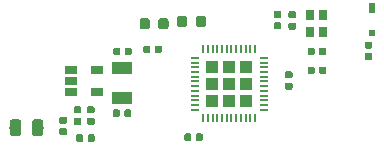
<source format=gbr>
G04 #@! TF.GenerationSoftware,KiCad,Pcbnew,(5.0.0)*
G04 #@! TF.CreationDate,2018-09-27T10:12:33-06:00*
G04 #@! TF.ProjectId,NRF52832 Base,4E5246353238333220426173652E6B69,rev?*
G04 #@! TF.SameCoordinates,Original*
G04 #@! TF.FileFunction,Paste,Top*
G04 #@! TF.FilePolarity,Positive*
%FSLAX46Y46*%
G04 Gerber Fmt 4.6, Leading zero omitted, Abs format (unit mm)*
G04 Created by KiCad (PCBNEW (5.0.0)) date 09/27/18 10:12:33*
%MOMM*%
%LPD*%
G01*
G04 APERTURE LIST*
%ADD10C,0.100000*%
%ADD11C,0.590000*%
%ADD12C,0.875000*%
%ADD13R,0.800000X0.900000*%
%ADD14R,1.800000X1.000000*%
%ADD15R,0.650000X0.200000*%
%ADD16R,0.200000X0.650000*%
%ADD17R,1.080000X1.080000*%
%ADD18R,0.500000X0.500000*%
%ADD19R,0.500000X0.900000*%
%ADD20C,0.975000*%
%ADD21R,1.060000X0.650000*%
G04 APERTURE END LIST*
D10*
G04 #@! TO.C,C1*
G36*
X138559078Y-87612970D02*
X138573396Y-87615094D01*
X138587437Y-87618611D01*
X138601066Y-87623488D01*
X138614151Y-87629677D01*
X138626567Y-87637118D01*
X138638193Y-87645741D01*
X138648918Y-87655462D01*
X138658639Y-87666187D01*
X138667262Y-87677813D01*
X138674703Y-87690229D01*
X138680892Y-87703314D01*
X138685769Y-87716943D01*
X138689286Y-87730984D01*
X138691410Y-87745302D01*
X138692120Y-87759760D01*
X138692120Y-88104760D01*
X138691410Y-88119218D01*
X138689286Y-88133536D01*
X138685769Y-88147577D01*
X138680892Y-88161206D01*
X138674703Y-88174291D01*
X138667262Y-88186707D01*
X138658639Y-88198333D01*
X138648918Y-88209058D01*
X138638193Y-88218779D01*
X138626567Y-88227402D01*
X138614151Y-88234843D01*
X138601066Y-88241032D01*
X138587437Y-88245909D01*
X138573396Y-88249426D01*
X138559078Y-88251550D01*
X138544620Y-88252260D01*
X138249620Y-88252260D01*
X138235162Y-88251550D01*
X138220844Y-88249426D01*
X138206803Y-88245909D01*
X138193174Y-88241032D01*
X138180089Y-88234843D01*
X138167673Y-88227402D01*
X138156047Y-88218779D01*
X138145322Y-88209058D01*
X138135601Y-88198333D01*
X138126978Y-88186707D01*
X138119537Y-88174291D01*
X138113348Y-88161206D01*
X138108471Y-88147577D01*
X138104954Y-88133536D01*
X138102830Y-88119218D01*
X138102120Y-88104760D01*
X138102120Y-87759760D01*
X138102830Y-87745302D01*
X138104954Y-87730984D01*
X138108471Y-87716943D01*
X138113348Y-87703314D01*
X138119537Y-87690229D01*
X138126978Y-87677813D01*
X138135601Y-87666187D01*
X138145322Y-87655462D01*
X138156047Y-87645741D01*
X138167673Y-87637118D01*
X138180089Y-87629677D01*
X138193174Y-87623488D01*
X138206803Y-87618611D01*
X138220844Y-87615094D01*
X138235162Y-87612970D01*
X138249620Y-87612260D01*
X138544620Y-87612260D01*
X138559078Y-87612970D01*
X138559078Y-87612970D01*
G37*
D11*
X138397120Y-87932260D03*
D10*
G36*
X139529078Y-87612970D02*
X139543396Y-87615094D01*
X139557437Y-87618611D01*
X139571066Y-87623488D01*
X139584151Y-87629677D01*
X139596567Y-87637118D01*
X139608193Y-87645741D01*
X139618918Y-87655462D01*
X139628639Y-87666187D01*
X139637262Y-87677813D01*
X139644703Y-87690229D01*
X139650892Y-87703314D01*
X139655769Y-87716943D01*
X139659286Y-87730984D01*
X139661410Y-87745302D01*
X139662120Y-87759760D01*
X139662120Y-88104760D01*
X139661410Y-88119218D01*
X139659286Y-88133536D01*
X139655769Y-88147577D01*
X139650892Y-88161206D01*
X139644703Y-88174291D01*
X139637262Y-88186707D01*
X139628639Y-88198333D01*
X139618918Y-88209058D01*
X139608193Y-88218779D01*
X139596567Y-88227402D01*
X139584151Y-88234843D01*
X139571066Y-88241032D01*
X139557437Y-88245909D01*
X139543396Y-88249426D01*
X139529078Y-88251550D01*
X139514620Y-88252260D01*
X139219620Y-88252260D01*
X139205162Y-88251550D01*
X139190844Y-88249426D01*
X139176803Y-88245909D01*
X139163174Y-88241032D01*
X139150089Y-88234843D01*
X139137673Y-88227402D01*
X139126047Y-88218779D01*
X139115322Y-88209058D01*
X139105601Y-88198333D01*
X139096978Y-88186707D01*
X139089537Y-88174291D01*
X139083348Y-88161206D01*
X139078471Y-88147577D01*
X139074954Y-88133536D01*
X139072830Y-88119218D01*
X139072120Y-88104760D01*
X139072120Y-87759760D01*
X139072830Y-87745302D01*
X139074954Y-87730984D01*
X139078471Y-87716943D01*
X139083348Y-87703314D01*
X139089537Y-87690229D01*
X139096978Y-87677813D01*
X139105601Y-87666187D01*
X139115322Y-87655462D01*
X139126047Y-87645741D01*
X139137673Y-87637118D01*
X139150089Y-87629677D01*
X139163174Y-87623488D01*
X139176803Y-87618611D01*
X139190844Y-87615094D01*
X139205162Y-87612970D01*
X139219620Y-87612260D01*
X139514620Y-87612260D01*
X139529078Y-87612970D01*
X139529078Y-87612970D01*
G37*
D11*
X139367120Y-87932260D03*
G04 #@! TD*
D10*
G04 #@! TO.C,C2*
G36*
X136978658Y-84536770D02*
X136992976Y-84538894D01*
X137007017Y-84542411D01*
X137020646Y-84547288D01*
X137033731Y-84553477D01*
X137046147Y-84560918D01*
X137057773Y-84569541D01*
X137068498Y-84579262D01*
X137078219Y-84589987D01*
X137086842Y-84601613D01*
X137094283Y-84614029D01*
X137100472Y-84627114D01*
X137105349Y-84640743D01*
X137108866Y-84654784D01*
X137110990Y-84669102D01*
X137111700Y-84683560D01*
X137111700Y-84978560D01*
X137110990Y-84993018D01*
X137108866Y-85007336D01*
X137105349Y-85021377D01*
X137100472Y-85035006D01*
X137094283Y-85048091D01*
X137086842Y-85060507D01*
X137078219Y-85072133D01*
X137068498Y-85082858D01*
X137057773Y-85092579D01*
X137046147Y-85101202D01*
X137033731Y-85108643D01*
X137020646Y-85114832D01*
X137007017Y-85119709D01*
X136992976Y-85123226D01*
X136978658Y-85125350D01*
X136964200Y-85126060D01*
X136619200Y-85126060D01*
X136604742Y-85125350D01*
X136590424Y-85123226D01*
X136576383Y-85119709D01*
X136562754Y-85114832D01*
X136549669Y-85108643D01*
X136537253Y-85101202D01*
X136525627Y-85092579D01*
X136514902Y-85082858D01*
X136505181Y-85072133D01*
X136496558Y-85060507D01*
X136489117Y-85048091D01*
X136482928Y-85035006D01*
X136478051Y-85021377D01*
X136474534Y-85007336D01*
X136472410Y-84993018D01*
X136471700Y-84978560D01*
X136471700Y-84683560D01*
X136472410Y-84669102D01*
X136474534Y-84654784D01*
X136478051Y-84640743D01*
X136482928Y-84627114D01*
X136489117Y-84614029D01*
X136496558Y-84601613D01*
X136505181Y-84589987D01*
X136514902Y-84579262D01*
X136525627Y-84569541D01*
X136537253Y-84560918D01*
X136549669Y-84553477D01*
X136562754Y-84547288D01*
X136576383Y-84542411D01*
X136590424Y-84538894D01*
X136604742Y-84536770D01*
X136619200Y-84536060D01*
X136964200Y-84536060D01*
X136978658Y-84536770D01*
X136978658Y-84536770D01*
G37*
D11*
X136791700Y-84831060D03*
D10*
G36*
X136978658Y-85506770D02*
X136992976Y-85508894D01*
X137007017Y-85512411D01*
X137020646Y-85517288D01*
X137033731Y-85523477D01*
X137046147Y-85530918D01*
X137057773Y-85539541D01*
X137068498Y-85549262D01*
X137078219Y-85559987D01*
X137086842Y-85571613D01*
X137094283Y-85584029D01*
X137100472Y-85597114D01*
X137105349Y-85610743D01*
X137108866Y-85624784D01*
X137110990Y-85639102D01*
X137111700Y-85653560D01*
X137111700Y-85948560D01*
X137110990Y-85963018D01*
X137108866Y-85977336D01*
X137105349Y-85991377D01*
X137100472Y-86005006D01*
X137094283Y-86018091D01*
X137086842Y-86030507D01*
X137078219Y-86042133D01*
X137068498Y-86052858D01*
X137057773Y-86062579D01*
X137046147Y-86071202D01*
X137033731Y-86078643D01*
X137020646Y-86084832D01*
X137007017Y-86089709D01*
X136992976Y-86093226D01*
X136978658Y-86095350D01*
X136964200Y-86096060D01*
X136619200Y-86096060D01*
X136604742Y-86095350D01*
X136590424Y-86093226D01*
X136576383Y-86089709D01*
X136562754Y-86084832D01*
X136549669Y-86078643D01*
X136537253Y-86071202D01*
X136525627Y-86062579D01*
X136514902Y-86052858D01*
X136505181Y-86042133D01*
X136496558Y-86030507D01*
X136489117Y-86018091D01*
X136482928Y-86005006D01*
X136478051Y-85991377D01*
X136474534Y-85977336D01*
X136472410Y-85963018D01*
X136471700Y-85948560D01*
X136471700Y-85653560D01*
X136472410Y-85639102D01*
X136474534Y-85624784D01*
X136478051Y-85610743D01*
X136482928Y-85597114D01*
X136489117Y-85584029D01*
X136496558Y-85571613D01*
X136505181Y-85559987D01*
X136514902Y-85549262D01*
X136525627Y-85539541D01*
X136537253Y-85530918D01*
X136549669Y-85523477D01*
X136562754Y-85517288D01*
X136576383Y-85512411D01*
X136590424Y-85508894D01*
X136604742Y-85506770D01*
X136619200Y-85506060D01*
X136964200Y-85506060D01*
X136978658Y-85506770D01*
X136978658Y-85506770D01*
G37*
D11*
X136791700Y-85801060D03*
G04 #@! TD*
D10*
G04 #@! TO.C,C3*
G36*
X136684018Y-89629470D02*
X136698336Y-89631594D01*
X136712377Y-89635111D01*
X136726006Y-89639988D01*
X136739091Y-89646177D01*
X136751507Y-89653618D01*
X136763133Y-89662241D01*
X136773858Y-89671962D01*
X136783579Y-89682687D01*
X136792202Y-89694313D01*
X136799643Y-89706729D01*
X136805832Y-89719814D01*
X136810709Y-89733443D01*
X136814226Y-89747484D01*
X136816350Y-89761802D01*
X136817060Y-89776260D01*
X136817060Y-90071260D01*
X136816350Y-90085718D01*
X136814226Y-90100036D01*
X136810709Y-90114077D01*
X136805832Y-90127706D01*
X136799643Y-90140791D01*
X136792202Y-90153207D01*
X136783579Y-90164833D01*
X136773858Y-90175558D01*
X136763133Y-90185279D01*
X136751507Y-90193902D01*
X136739091Y-90201343D01*
X136726006Y-90207532D01*
X136712377Y-90212409D01*
X136698336Y-90215926D01*
X136684018Y-90218050D01*
X136669560Y-90218760D01*
X136324560Y-90218760D01*
X136310102Y-90218050D01*
X136295784Y-90215926D01*
X136281743Y-90212409D01*
X136268114Y-90207532D01*
X136255029Y-90201343D01*
X136242613Y-90193902D01*
X136230987Y-90185279D01*
X136220262Y-90175558D01*
X136210541Y-90164833D01*
X136201918Y-90153207D01*
X136194477Y-90140791D01*
X136188288Y-90127706D01*
X136183411Y-90114077D01*
X136179894Y-90100036D01*
X136177770Y-90085718D01*
X136177060Y-90071260D01*
X136177060Y-89776260D01*
X136177770Y-89761802D01*
X136179894Y-89747484D01*
X136183411Y-89733443D01*
X136188288Y-89719814D01*
X136194477Y-89706729D01*
X136201918Y-89694313D01*
X136210541Y-89682687D01*
X136220262Y-89671962D01*
X136230987Y-89662241D01*
X136242613Y-89653618D01*
X136255029Y-89646177D01*
X136268114Y-89639988D01*
X136281743Y-89635111D01*
X136295784Y-89631594D01*
X136310102Y-89629470D01*
X136324560Y-89628760D01*
X136669560Y-89628760D01*
X136684018Y-89629470D01*
X136684018Y-89629470D01*
G37*
D11*
X136497060Y-89923760D03*
D10*
G36*
X136684018Y-90599470D02*
X136698336Y-90601594D01*
X136712377Y-90605111D01*
X136726006Y-90609988D01*
X136739091Y-90616177D01*
X136751507Y-90623618D01*
X136763133Y-90632241D01*
X136773858Y-90641962D01*
X136783579Y-90652687D01*
X136792202Y-90664313D01*
X136799643Y-90676729D01*
X136805832Y-90689814D01*
X136810709Y-90703443D01*
X136814226Y-90717484D01*
X136816350Y-90731802D01*
X136817060Y-90746260D01*
X136817060Y-91041260D01*
X136816350Y-91055718D01*
X136814226Y-91070036D01*
X136810709Y-91084077D01*
X136805832Y-91097706D01*
X136799643Y-91110791D01*
X136792202Y-91123207D01*
X136783579Y-91134833D01*
X136773858Y-91145558D01*
X136763133Y-91155279D01*
X136751507Y-91163902D01*
X136739091Y-91171343D01*
X136726006Y-91177532D01*
X136712377Y-91182409D01*
X136698336Y-91185926D01*
X136684018Y-91188050D01*
X136669560Y-91188760D01*
X136324560Y-91188760D01*
X136310102Y-91188050D01*
X136295784Y-91185926D01*
X136281743Y-91182409D01*
X136268114Y-91177532D01*
X136255029Y-91171343D01*
X136242613Y-91163902D01*
X136230987Y-91155279D01*
X136220262Y-91145558D01*
X136210541Y-91134833D01*
X136201918Y-91123207D01*
X136194477Y-91110791D01*
X136188288Y-91097706D01*
X136183411Y-91084077D01*
X136179894Y-91070036D01*
X136177770Y-91055718D01*
X136177060Y-91041260D01*
X136177060Y-90746260D01*
X136177770Y-90731802D01*
X136179894Y-90717484D01*
X136183411Y-90703443D01*
X136188288Y-90689814D01*
X136194477Y-90676729D01*
X136201918Y-90664313D01*
X136210541Y-90652687D01*
X136220262Y-90641962D01*
X136230987Y-90632241D01*
X136242613Y-90623618D01*
X136255029Y-90616177D01*
X136268114Y-90609988D01*
X136281743Y-90605111D01*
X136295784Y-90601594D01*
X136310102Y-90599470D01*
X136324560Y-90598760D01*
X136669560Y-90598760D01*
X136684018Y-90599470D01*
X136684018Y-90599470D01*
G37*
D11*
X136497060Y-90893760D03*
G04 #@! TD*
D10*
G04 #@! TO.C,C4*
G36*
X124644958Y-87437710D02*
X124659276Y-87439834D01*
X124673317Y-87443351D01*
X124686946Y-87448228D01*
X124700031Y-87454417D01*
X124712447Y-87461858D01*
X124724073Y-87470481D01*
X124734798Y-87480202D01*
X124744519Y-87490927D01*
X124753142Y-87502553D01*
X124760583Y-87514969D01*
X124766772Y-87528054D01*
X124771649Y-87541683D01*
X124775166Y-87555724D01*
X124777290Y-87570042D01*
X124778000Y-87584500D01*
X124778000Y-87929500D01*
X124777290Y-87943958D01*
X124775166Y-87958276D01*
X124771649Y-87972317D01*
X124766772Y-87985946D01*
X124760583Y-87999031D01*
X124753142Y-88011447D01*
X124744519Y-88023073D01*
X124734798Y-88033798D01*
X124724073Y-88043519D01*
X124712447Y-88052142D01*
X124700031Y-88059583D01*
X124686946Y-88065772D01*
X124673317Y-88070649D01*
X124659276Y-88074166D01*
X124644958Y-88076290D01*
X124630500Y-88077000D01*
X124335500Y-88077000D01*
X124321042Y-88076290D01*
X124306724Y-88074166D01*
X124292683Y-88070649D01*
X124279054Y-88065772D01*
X124265969Y-88059583D01*
X124253553Y-88052142D01*
X124241927Y-88043519D01*
X124231202Y-88033798D01*
X124221481Y-88023073D01*
X124212858Y-88011447D01*
X124205417Y-87999031D01*
X124199228Y-87985946D01*
X124194351Y-87972317D01*
X124190834Y-87958276D01*
X124188710Y-87943958D01*
X124188000Y-87929500D01*
X124188000Y-87584500D01*
X124188710Y-87570042D01*
X124190834Y-87555724D01*
X124194351Y-87541683D01*
X124199228Y-87528054D01*
X124205417Y-87514969D01*
X124212858Y-87502553D01*
X124221481Y-87490927D01*
X124231202Y-87480202D01*
X124241927Y-87470481D01*
X124253553Y-87461858D01*
X124265969Y-87454417D01*
X124279054Y-87448228D01*
X124292683Y-87443351D01*
X124306724Y-87439834D01*
X124321042Y-87437710D01*
X124335500Y-87437000D01*
X124630500Y-87437000D01*
X124644958Y-87437710D01*
X124644958Y-87437710D01*
G37*
D11*
X124483000Y-87757000D03*
D10*
G36*
X125614958Y-87437710D02*
X125629276Y-87439834D01*
X125643317Y-87443351D01*
X125656946Y-87448228D01*
X125670031Y-87454417D01*
X125682447Y-87461858D01*
X125694073Y-87470481D01*
X125704798Y-87480202D01*
X125714519Y-87490927D01*
X125723142Y-87502553D01*
X125730583Y-87514969D01*
X125736772Y-87528054D01*
X125741649Y-87541683D01*
X125745166Y-87555724D01*
X125747290Y-87570042D01*
X125748000Y-87584500D01*
X125748000Y-87929500D01*
X125747290Y-87943958D01*
X125745166Y-87958276D01*
X125741649Y-87972317D01*
X125736772Y-87985946D01*
X125730583Y-87999031D01*
X125723142Y-88011447D01*
X125714519Y-88023073D01*
X125704798Y-88033798D01*
X125694073Y-88043519D01*
X125682447Y-88052142D01*
X125670031Y-88059583D01*
X125656946Y-88065772D01*
X125643317Y-88070649D01*
X125629276Y-88074166D01*
X125614958Y-88076290D01*
X125600500Y-88077000D01*
X125305500Y-88077000D01*
X125291042Y-88076290D01*
X125276724Y-88074166D01*
X125262683Y-88070649D01*
X125249054Y-88065772D01*
X125235969Y-88059583D01*
X125223553Y-88052142D01*
X125211927Y-88043519D01*
X125201202Y-88033798D01*
X125191481Y-88023073D01*
X125182858Y-88011447D01*
X125175417Y-87999031D01*
X125169228Y-87985946D01*
X125164351Y-87972317D01*
X125160834Y-87958276D01*
X125158710Y-87943958D01*
X125158000Y-87929500D01*
X125158000Y-87584500D01*
X125158710Y-87570042D01*
X125160834Y-87555724D01*
X125164351Y-87541683D01*
X125169228Y-87528054D01*
X125175417Y-87514969D01*
X125182858Y-87502553D01*
X125191481Y-87490927D01*
X125201202Y-87480202D01*
X125211927Y-87470481D01*
X125223553Y-87461858D01*
X125235969Y-87454417D01*
X125249054Y-87448228D01*
X125262683Y-87443351D01*
X125276724Y-87439834D01*
X125291042Y-87437710D01*
X125305500Y-87437000D01*
X125600500Y-87437000D01*
X125614958Y-87437710D01*
X125614958Y-87437710D01*
G37*
D11*
X125453000Y-87757000D03*
G04 #@! TD*
D10*
G04 #@! TO.C,C5*
G36*
X129092358Y-94879910D02*
X129106676Y-94882034D01*
X129120717Y-94885551D01*
X129134346Y-94890428D01*
X129147431Y-94896617D01*
X129159847Y-94904058D01*
X129171473Y-94912681D01*
X129182198Y-94922402D01*
X129191919Y-94933127D01*
X129200542Y-94944753D01*
X129207983Y-94957169D01*
X129214172Y-94970254D01*
X129219049Y-94983883D01*
X129222566Y-94997924D01*
X129224690Y-95012242D01*
X129225400Y-95026700D01*
X129225400Y-95371700D01*
X129224690Y-95386158D01*
X129222566Y-95400476D01*
X129219049Y-95414517D01*
X129214172Y-95428146D01*
X129207983Y-95441231D01*
X129200542Y-95453647D01*
X129191919Y-95465273D01*
X129182198Y-95475998D01*
X129171473Y-95485719D01*
X129159847Y-95494342D01*
X129147431Y-95501783D01*
X129134346Y-95507972D01*
X129120717Y-95512849D01*
X129106676Y-95516366D01*
X129092358Y-95518490D01*
X129077900Y-95519200D01*
X128782900Y-95519200D01*
X128768442Y-95518490D01*
X128754124Y-95516366D01*
X128740083Y-95512849D01*
X128726454Y-95507972D01*
X128713369Y-95501783D01*
X128700953Y-95494342D01*
X128689327Y-95485719D01*
X128678602Y-95475998D01*
X128668881Y-95465273D01*
X128660258Y-95453647D01*
X128652817Y-95441231D01*
X128646628Y-95428146D01*
X128641751Y-95414517D01*
X128638234Y-95400476D01*
X128636110Y-95386158D01*
X128635400Y-95371700D01*
X128635400Y-95026700D01*
X128636110Y-95012242D01*
X128638234Y-94997924D01*
X128641751Y-94983883D01*
X128646628Y-94970254D01*
X128652817Y-94957169D01*
X128660258Y-94944753D01*
X128668881Y-94933127D01*
X128678602Y-94922402D01*
X128689327Y-94912681D01*
X128700953Y-94904058D01*
X128713369Y-94896617D01*
X128726454Y-94890428D01*
X128740083Y-94885551D01*
X128754124Y-94882034D01*
X128768442Y-94879910D01*
X128782900Y-94879200D01*
X129077900Y-94879200D01*
X129092358Y-94879910D01*
X129092358Y-94879910D01*
G37*
D11*
X128930400Y-95199200D03*
D10*
G36*
X128122358Y-94879910D02*
X128136676Y-94882034D01*
X128150717Y-94885551D01*
X128164346Y-94890428D01*
X128177431Y-94896617D01*
X128189847Y-94904058D01*
X128201473Y-94912681D01*
X128212198Y-94922402D01*
X128221919Y-94933127D01*
X128230542Y-94944753D01*
X128237983Y-94957169D01*
X128244172Y-94970254D01*
X128249049Y-94983883D01*
X128252566Y-94997924D01*
X128254690Y-95012242D01*
X128255400Y-95026700D01*
X128255400Y-95371700D01*
X128254690Y-95386158D01*
X128252566Y-95400476D01*
X128249049Y-95414517D01*
X128244172Y-95428146D01*
X128237983Y-95441231D01*
X128230542Y-95453647D01*
X128221919Y-95465273D01*
X128212198Y-95475998D01*
X128201473Y-95485719D01*
X128189847Y-95494342D01*
X128177431Y-95501783D01*
X128164346Y-95507972D01*
X128150717Y-95512849D01*
X128136676Y-95516366D01*
X128122358Y-95518490D01*
X128107900Y-95519200D01*
X127812900Y-95519200D01*
X127798442Y-95518490D01*
X127784124Y-95516366D01*
X127770083Y-95512849D01*
X127756454Y-95507972D01*
X127743369Y-95501783D01*
X127730953Y-95494342D01*
X127719327Y-95485719D01*
X127708602Y-95475998D01*
X127698881Y-95465273D01*
X127690258Y-95453647D01*
X127682817Y-95441231D01*
X127676628Y-95428146D01*
X127671751Y-95414517D01*
X127668234Y-95400476D01*
X127666110Y-95386158D01*
X127665400Y-95371700D01*
X127665400Y-95026700D01*
X127666110Y-95012242D01*
X127668234Y-94997924D01*
X127671751Y-94983883D01*
X127676628Y-94970254D01*
X127682817Y-94957169D01*
X127690258Y-94944753D01*
X127698881Y-94933127D01*
X127708602Y-94922402D01*
X127719327Y-94912681D01*
X127730953Y-94904058D01*
X127743369Y-94896617D01*
X127756454Y-94890428D01*
X127770083Y-94885551D01*
X127784124Y-94882034D01*
X127798442Y-94879910D01*
X127812900Y-94879200D01*
X128107900Y-94879200D01*
X128122358Y-94879910D01*
X128122358Y-94879910D01*
G37*
D11*
X127960400Y-95199200D03*
G04 #@! TD*
D10*
G04 #@! TO.C,C7*
G36*
X139531758Y-89215710D02*
X139546076Y-89217834D01*
X139560117Y-89221351D01*
X139573746Y-89226228D01*
X139586831Y-89232417D01*
X139599247Y-89239858D01*
X139610873Y-89248481D01*
X139621598Y-89258202D01*
X139631319Y-89268927D01*
X139639942Y-89280553D01*
X139647383Y-89292969D01*
X139653572Y-89306054D01*
X139658449Y-89319683D01*
X139661966Y-89333724D01*
X139664090Y-89348042D01*
X139664800Y-89362500D01*
X139664800Y-89707500D01*
X139664090Y-89721958D01*
X139661966Y-89736276D01*
X139658449Y-89750317D01*
X139653572Y-89763946D01*
X139647383Y-89777031D01*
X139639942Y-89789447D01*
X139631319Y-89801073D01*
X139621598Y-89811798D01*
X139610873Y-89821519D01*
X139599247Y-89830142D01*
X139586831Y-89837583D01*
X139573746Y-89843772D01*
X139560117Y-89848649D01*
X139546076Y-89852166D01*
X139531758Y-89854290D01*
X139517300Y-89855000D01*
X139222300Y-89855000D01*
X139207842Y-89854290D01*
X139193524Y-89852166D01*
X139179483Y-89848649D01*
X139165854Y-89843772D01*
X139152769Y-89837583D01*
X139140353Y-89830142D01*
X139128727Y-89821519D01*
X139118002Y-89811798D01*
X139108281Y-89801073D01*
X139099658Y-89789447D01*
X139092217Y-89777031D01*
X139086028Y-89763946D01*
X139081151Y-89750317D01*
X139077634Y-89736276D01*
X139075510Y-89721958D01*
X139074800Y-89707500D01*
X139074800Y-89362500D01*
X139075510Y-89348042D01*
X139077634Y-89333724D01*
X139081151Y-89319683D01*
X139086028Y-89306054D01*
X139092217Y-89292969D01*
X139099658Y-89280553D01*
X139108281Y-89268927D01*
X139118002Y-89258202D01*
X139128727Y-89248481D01*
X139140353Y-89239858D01*
X139152769Y-89232417D01*
X139165854Y-89226228D01*
X139179483Y-89221351D01*
X139193524Y-89217834D01*
X139207842Y-89215710D01*
X139222300Y-89215000D01*
X139517300Y-89215000D01*
X139531758Y-89215710D01*
X139531758Y-89215710D01*
G37*
D11*
X139369800Y-89535000D03*
D10*
G36*
X138561758Y-89215710D02*
X138576076Y-89217834D01*
X138590117Y-89221351D01*
X138603746Y-89226228D01*
X138616831Y-89232417D01*
X138629247Y-89239858D01*
X138640873Y-89248481D01*
X138651598Y-89258202D01*
X138661319Y-89268927D01*
X138669942Y-89280553D01*
X138677383Y-89292969D01*
X138683572Y-89306054D01*
X138688449Y-89319683D01*
X138691966Y-89333724D01*
X138694090Y-89348042D01*
X138694800Y-89362500D01*
X138694800Y-89707500D01*
X138694090Y-89721958D01*
X138691966Y-89736276D01*
X138688449Y-89750317D01*
X138683572Y-89763946D01*
X138677383Y-89777031D01*
X138669942Y-89789447D01*
X138661319Y-89801073D01*
X138651598Y-89811798D01*
X138640873Y-89821519D01*
X138629247Y-89830142D01*
X138616831Y-89837583D01*
X138603746Y-89843772D01*
X138590117Y-89848649D01*
X138576076Y-89852166D01*
X138561758Y-89854290D01*
X138547300Y-89855000D01*
X138252300Y-89855000D01*
X138237842Y-89854290D01*
X138223524Y-89852166D01*
X138209483Y-89848649D01*
X138195854Y-89843772D01*
X138182769Y-89837583D01*
X138170353Y-89830142D01*
X138158727Y-89821519D01*
X138148002Y-89811798D01*
X138138281Y-89801073D01*
X138129658Y-89789447D01*
X138122217Y-89777031D01*
X138116028Y-89763946D01*
X138111151Y-89750317D01*
X138107634Y-89736276D01*
X138105510Y-89721958D01*
X138104800Y-89707500D01*
X138104800Y-89362500D01*
X138105510Y-89348042D01*
X138107634Y-89333724D01*
X138111151Y-89319683D01*
X138116028Y-89306054D01*
X138122217Y-89292969D01*
X138129658Y-89280553D01*
X138138281Y-89268927D01*
X138148002Y-89258202D01*
X138158727Y-89248481D01*
X138170353Y-89239858D01*
X138182769Y-89232417D01*
X138195854Y-89226228D01*
X138209483Y-89221351D01*
X138223524Y-89217834D01*
X138237842Y-89215710D01*
X138252300Y-89215000D01*
X138547300Y-89215000D01*
X138561758Y-89215710D01*
X138561758Y-89215710D01*
G37*
D11*
X138399800Y-89535000D03*
G04 #@! TD*
D10*
G04 #@! TO.C,C8*
G36*
X135721358Y-85483910D02*
X135735676Y-85486034D01*
X135749717Y-85489551D01*
X135763346Y-85494428D01*
X135776431Y-85500617D01*
X135788847Y-85508058D01*
X135800473Y-85516681D01*
X135811198Y-85526402D01*
X135820919Y-85537127D01*
X135829542Y-85548753D01*
X135836983Y-85561169D01*
X135843172Y-85574254D01*
X135848049Y-85587883D01*
X135851566Y-85601924D01*
X135853690Y-85616242D01*
X135854400Y-85630700D01*
X135854400Y-85925700D01*
X135853690Y-85940158D01*
X135851566Y-85954476D01*
X135848049Y-85968517D01*
X135843172Y-85982146D01*
X135836983Y-85995231D01*
X135829542Y-86007647D01*
X135820919Y-86019273D01*
X135811198Y-86029998D01*
X135800473Y-86039719D01*
X135788847Y-86048342D01*
X135776431Y-86055783D01*
X135763346Y-86061972D01*
X135749717Y-86066849D01*
X135735676Y-86070366D01*
X135721358Y-86072490D01*
X135706900Y-86073200D01*
X135361900Y-86073200D01*
X135347442Y-86072490D01*
X135333124Y-86070366D01*
X135319083Y-86066849D01*
X135305454Y-86061972D01*
X135292369Y-86055783D01*
X135279953Y-86048342D01*
X135268327Y-86039719D01*
X135257602Y-86029998D01*
X135247881Y-86019273D01*
X135239258Y-86007647D01*
X135231817Y-85995231D01*
X135225628Y-85982146D01*
X135220751Y-85968517D01*
X135217234Y-85954476D01*
X135215110Y-85940158D01*
X135214400Y-85925700D01*
X135214400Y-85630700D01*
X135215110Y-85616242D01*
X135217234Y-85601924D01*
X135220751Y-85587883D01*
X135225628Y-85574254D01*
X135231817Y-85561169D01*
X135239258Y-85548753D01*
X135247881Y-85537127D01*
X135257602Y-85526402D01*
X135268327Y-85516681D01*
X135279953Y-85508058D01*
X135292369Y-85500617D01*
X135305454Y-85494428D01*
X135319083Y-85489551D01*
X135333124Y-85486034D01*
X135347442Y-85483910D01*
X135361900Y-85483200D01*
X135706900Y-85483200D01*
X135721358Y-85483910D01*
X135721358Y-85483910D01*
G37*
D11*
X135534400Y-85778200D03*
D10*
G36*
X135721358Y-84513910D02*
X135735676Y-84516034D01*
X135749717Y-84519551D01*
X135763346Y-84524428D01*
X135776431Y-84530617D01*
X135788847Y-84538058D01*
X135800473Y-84546681D01*
X135811198Y-84556402D01*
X135820919Y-84567127D01*
X135829542Y-84578753D01*
X135836983Y-84591169D01*
X135843172Y-84604254D01*
X135848049Y-84617883D01*
X135851566Y-84631924D01*
X135853690Y-84646242D01*
X135854400Y-84660700D01*
X135854400Y-84955700D01*
X135853690Y-84970158D01*
X135851566Y-84984476D01*
X135848049Y-84998517D01*
X135843172Y-85012146D01*
X135836983Y-85025231D01*
X135829542Y-85037647D01*
X135820919Y-85049273D01*
X135811198Y-85059998D01*
X135800473Y-85069719D01*
X135788847Y-85078342D01*
X135776431Y-85085783D01*
X135763346Y-85091972D01*
X135749717Y-85096849D01*
X135735676Y-85100366D01*
X135721358Y-85102490D01*
X135706900Y-85103200D01*
X135361900Y-85103200D01*
X135347442Y-85102490D01*
X135333124Y-85100366D01*
X135319083Y-85096849D01*
X135305454Y-85091972D01*
X135292369Y-85085783D01*
X135279953Y-85078342D01*
X135268327Y-85069719D01*
X135257602Y-85059998D01*
X135247881Y-85049273D01*
X135239258Y-85037647D01*
X135231817Y-85025231D01*
X135225628Y-85012146D01*
X135220751Y-84998517D01*
X135217234Y-84984476D01*
X135215110Y-84970158D01*
X135214400Y-84955700D01*
X135214400Y-84660700D01*
X135215110Y-84646242D01*
X135217234Y-84631924D01*
X135220751Y-84617883D01*
X135225628Y-84604254D01*
X135231817Y-84591169D01*
X135239258Y-84578753D01*
X135247881Y-84567127D01*
X135257602Y-84556402D01*
X135268327Y-84546681D01*
X135279953Y-84538058D01*
X135292369Y-84530617D01*
X135305454Y-84524428D01*
X135319083Y-84519551D01*
X135333124Y-84516034D01*
X135347442Y-84513910D01*
X135361900Y-84513200D01*
X135706900Y-84513200D01*
X135721358Y-84513910D01*
X135721358Y-84513910D01*
G37*
D11*
X135534400Y-84808200D03*
G04 #@! TD*
D10*
G04 #@! TO.C,C9*
G36*
X124547691Y-85124053D02*
X124568926Y-85127203D01*
X124589750Y-85132419D01*
X124609962Y-85139651D01*
X124629368Y-85148830D01*
X124647781Y-85159866D01*
X124665024Y-85172654D01*
X124680930Y-85187070D01*
X124695346Y-85202976D01*
X124708134Y-85220219D01*
X124719170Y-85238632D01*
X124728349Y-85258038D01*
X124735581Y-85278250D01*
X124740797Y-85299074D01*
X124743947Y-85320309D01*
X124745000Y-85341750D01*
X124745000Y-85854250D01*
X124743947Y-85875691D01*
X124740797Y-85896926D01*
X124735581Y-85917750D01*
X124728349Y-85937962D01*
X124719170Y-85957368D01*
X124708134Y-85975781D01*
X124695346Y-85993024D01*
X124680930Y-86008930D01*
X124665024Y-86023346D01*
X124647781Y-86036134D01*
X124629368Y-86047170D01*
X124609962Y-86056349D01*
X124589750Y-86063581D01*
X124568926Y-86068797D01*
X124547691Y-86071947D01*
X124526250Y-86073000D01*
X124088750Y-86073000D01*
X124067309Y-86071947D01*
X124046074Y-86068797D01*
X124025250Y-86063581D01*
X124005038Y-86056349D01*
X123985632Y-86047170D01*
X123967219Y-86036134D01*
X123949976Y-86023346D01*
X123934070Y-86008930D01*
X123919654Y-85993024D01*
X123906866Y-85975781D01*
X123895830Y-85957368D01*
X123886651Y-85937962D01*
X123879419Y-85917750D01*
X123874203Y-85896926D01*
X123871053Y-85875691D01*
X123870000Y-85854250D01*
X123870000Y-85341750D01*
X123871053Y-85320309D01*
X123874203Y-85299074D01*
X123879419Y-85278250D01*
X123886651Y-85258038D01*
X123895830Y-85238632D01*
X123906866Y-85220219D01*
X123919654Y-85202976D01*
X123934070Y-85187070D01*
X123949976Y-85172654D01*
X123967219Y-85159866D01*
X123985632Y-85148830D01*
X124005038Y-85139651D01*
X124025250Y-85132419D01*
X124046074Y-85127203D01*
X124067309Y-85124053D01*
X124088750Y-85123000D01*
X124526250Y-85123000D01*
X124547691Y-85124053D01*
X124547691Y-85124053D01*
G37*
D12*
X124307500Y-85598000D03*
D10*
G36*
X126122691Y-85124053D02*
X126143926Y-85127203D01*
X126164750Y-85132419D01*
X126184962Y-85139651D01*
X126204368Y-85148830D01*
X126222781Y-85159866D01*
X126240024Y-85172654D01*
X126255930Y-85187070D01*
X126270346Y-85202976D01*
X126283134Y-85220219D01*
X126294170Y-85238632D01*
X126303349Y-85258038D01*
X126310581Y-85278250D01*
X126315797Y-85299074D01*
X126318947Y-85320309D01*
X126320000Y-85341750D01*
X126320000Y-85854250D01*
X126318947Y-85875691D01*
X126315797Y-85896926D01*
X126310581Y-85917750D01*
X126303349Y-85937962D01*
X126294170Y-85957368D01*
X126283134Y-85975781D01*
X126270346Y-85993024D01*
X126255930Y-86008930D01*
X126240024Y-86023346D01*
X126222781Y-86036134D01*
X126204368Y-86047170D01*
X126184962Y-86056349D01*
X126164750Y-86063581D01*
X126143926Y-86068797D01*
X126122691Y-86071947D01*
X126101250Y-86073000D01*
X125663750Y-86073000D01*
X125642309Y-86071947D01*
X125621074Y-86068797D01*
X125600250Y-86063581D01*
X125580038Y-86056349D01*
X125560632Y-86047170D01*
X125542219Y-86036134D01*
X125524976Y-86023346D01*
X125509070Y-86008930D01*
X125494654Y-85993024D01*
X125481866Y-85975781D01*
X125470830Y-85957368D01*
X125461651Y-85937962D01*
X125454419Y-85917750D01*
X125449203Y-85896926D01*
X125446053Y-85875691D01*
X125445000Y-85854250D01*
X125445000Y-85341750D01*
X125446053Y-85320309D01*
X125449203Y-85299074D01*
X125454419Y-85278250D01*
X125461651Y-85258038D01*
X125470830Y-85238632D01*
X125481866Y-85220219D01*
X125494654Y-85202976D01*
X125509070Y-85187070D01*
X125524976Y-85172654D01*
X125542219Y-85159866D01*
X125560632Y-85148830D01*
X125580038Y-85139651D01*
X125600250Y-85132419D01*
X125621074Y-85127203D01*
X125642309Y-85124053D01*
X125663750Y-85123000D01*
X126101250Y-85123000D01*
X126122691Y-85124053D01*
X126122691Y-85124053D01*
G37*
D12*
X125882500Y-85598000D03*
G04 #@! TD*
D10*
G04 #@! TO.C,C10*
G36*
X127722691Y-84920853D02*
X127743926Y-84924003D01*
X127764750Y-84929219D01*
X127784962Y-84936451D01*
X127804368Y-84945630D01*
X127822781Y-84956666D01*
X127840024Y-84969454D01*
X127855930Y-84983870D01*
X127870346Y-84999776D01*
X127883134Y-85017019D01*
X127894170Y-85035432D01*
X127903349Y-85054838D01*
X127910581Y-85075050D01*
X127915797Y-85095874D01*
X127918947Y-85117109D01*
X127920000Y-85138550D01*
X127920000Y-85651050D01*
X127918947Y-85672491D01*
X127915797Y-85693726D01*
X127910581Y-85714550D01*
X127903349Y-85734762D01*
X127894170Y-85754168D01*
X127883134Y-85772581D01*
X127870346Y-85789824D01*
X127855930Y-85805730D01*
X127840024Y-85820146D01*
X127822781Y-85832934D01*
X127804368Y-85843970D01*
X127784962Y-85853149D01*
X127764750Y-85860381D01*
X127743926Y-85865597D01*
X127722691Y-85868747D01*
X127701250Y-85869800D01*
X127263750Y-85869800D01*
X127242309Y-85868747D01*
X127221074Y-85865597D01*
X127200250Y-85860381D01*
X127180038Y-85853149D01*
X127160632Y-85843970D01*
X127142219Y-85832934D01*
X127124976Y-85820146D01*
X127109070Y-85805730D01*
X127094654Y-85789824D01*
X127081866Y-85772581D01*
X127070830Y-85754168D01*
X127061651Y-85734762D01*
X127054419Y-85714550D01*
X127049203Y-85693726D01*
X127046053Y-85672491D01*
X127045000Y-85651050D01*
X127045000Y-85138550D01*
X127046053Y-85117109D01*
X127049203Y-85095874D01*
X127054419Y-85075050D01*
X127061651Y-85054838D01*
X127070830Y-85035432D01*
X127081866Y-85017019D01*
X127094654Y-84999776D01*
X127109070Y-84983870D01*
X127124976Y-84969454D01*
X127142219Y-84956666D01*
X127160632Y-84945630D01*
X127180038Y-84936451D01*
X127200250Y-84929219D01*
X127221074Y-84924003D01*
X127242309Y-84920853D01*
X127263750Y-84919800D01*
X127701250Y-84919800D01*
X127722691Y-84920853D01*
X127722691Y-84920853D01*
G37*
D12*
X127482500Y-85394800D03*
D10*
G36*
X129297691Y-84920853D02*
X129318926Y-84924003D01*
X129339750Y-84929219D01*
X129359962Y-84936451D01*
X129379368Y-84945630D01*
X129397781Y-84956666D01*
X129415024Y-84969454D01*
X129430930Y-84983870D01*
X129445346Y-84999776D01*
X129458134Y-85017019D01*
X129469170Y-85035432D01*
X129478349Y-85054838D01*
X129485581Y-85075050D01*
X129490797Y-85095874D01*
X129493947Y-85117109D01*
X129495000Y-85138550D01*
X129495000Y-85651050D01*
X129493947Y-85672491D01*
X129490797Y-85693726D01*
X129485581Y-85714550D01*
X129478349Y-85734762D01*
X129469170Y-85754168D01*
X129458134Y-85772581D01*
X129445346Y-85789824D01*
X129430930Y-85805730D01*
X129415024Y-85820146D01*
X129397781Y-85832934D01*
X129379368Y-85843970D01*
X129359962Y-85853149D01*
X129339750Y-85860381D01*
X129318926Y-85865597D01*
X129297691Y-85868747D01*
X129276250Y-85869800D01*
X128838750Y-85869800D01*
X128817309Y-85868747D01*
X128796074Y-85865597D01*
X128775250Y-85860381D01*
X128755038Y-85853149D01*
X128735632Y-85843970D01*
X128717219Y-85832934D01*
X128699976Y-85820146D01*
X128684070Y-85805730D01*
X128669654Y-85789824D01*
X128656866Y-85772581D01*
X128645830Y-85754168D01*
X128636651Y-85734762D01*
X128629419Y-85714550D01*
X128624203Y-85693726D01*
X128621053Y-85672491D01*
X128620000Y-85651050D01*
X128620000Y-85138550D01*
X128621053Y-85117109D01*
X128624203Y-85095874D01*
X128629419Y-85075050D01*
X128636651Y-85054838D01*
X128645830Y-85035432D01*
X128656866Y-85017019D01*
X128669654Y-84999776D01*
X128684070Y-84983870D01*
X128699976Y-84969454D01*
X128717219Y-84956666D01*
X128735632Y-84945630D01*
X128755038Y-84936451D01*
X128775250Y-84929219D01*
X128796074Y-84924003D01*
X128817309Y-84920853D01*
X128838750Y-84919800D01*
X129276250Y-84919800D01*
X129297691Y-84920853D01*
X129297691Y-84920853D01*
G37*
D12*
X129057500Y-85394800D03*
G04 #@! TD*
D10*
G04 #@! TO.C,C11*
G36*
X123072418Y-87620590D02*
X123086736Y-87622714D01*
X123100777Y-87626231D01*
X123114406Y-87631108D01*
X123127491Y-87637297D01*
X123139907Y-87644738D01*
X123151533Y-87653361D01*
X123162258Y-87663082D01*
X123171979Y-87673807D01*
X123180602Y-87685433D01*
X123188043Y-87697849D01*
X123194232Y-87710934D01*
X123199109Y-87724563D01*
X123202626Y-87738604D01*
X123204750Y-87752922D01*
X123205460Y-87767380D01*
X123205460Y-88112380D01*
X123204750Y-88126838D01*
X123202626Y-88141156D01*
X123199109Y-88155197D01*
X123194232Y-88168826D01*
X123188043Y-88181911D01*
X123180602Y-88194327D01*
X123171979Y-88205953D01*
X123162258Y-88216678D01*
X123151533Y-88226399D01*
X123139907Y-88235022D01*
X123127491Y-88242463D01*
X123114406Y-88248652D01*
X123100777Y-88253529D01*
X123086736Y-88257046D01*
X123072418Y-88259170D01*
X123057960Y-88259880D01*
X122762960Y-88259880D01*
X122748502Y-88259170D01*
X122734184Y-88257046D01*
X122720143Y-88253529D01*
X122706514Y-88248652D01*
X122693429Y-88242463D01*
X122681013Y-88235022D01*
X122669387Y-88226399D01*
X122658662Y-88216678D01*
X122648941Y-88205953D01*
X122640318Y-88194327D01*
X122632877Y-88181911D01*
X122626688Y-88168826D01*
X122621811Y-88155197D01*
X122618294Y-88141156D01*
X122616170Y-88126838D01*
X122615460Y-88112380D01*
X122615460Y-87767380D01*
X122616170Y-87752922D01*
X122618294Y-87738604D01*
X122621811Y-87724563D01*
X122626688Y-87710934D01*
X122632877Y-87697849D01*
X122640318Y-87685433D01*
X122648941Y-87673807D01*
X122658662Y-87663082D01*
X122669387Y-87653361D01*
X122681013Y-87644738D01*
X122693429Y-87637297D01*
X122706514Y-87631108D01*
X122720143Y-87626231D01*
X122734184Y-87622714D01*
X122748502Y-87620590D01*
X122762960Y-87619880D01*
X123057960Y-87619880D01*
X123072418Y-87620590D01*
X123072418Y-87620590D01*
G37*
D11*
X122910460Y-87939880D03*
D10*
G36*
X122102418Y-87620590D02*
X122116736Y-87622714D01*
X122130777Y-87626231D01*
X122144406Y-87631108D01*
X122157491Y-87637297D01*
X122169907Y-87644738D01*
X122181533Y-87653361D01*
X122192258Y-87663082D01*
X122201979Y-87673807D01*
X122210602Y-87685433D01*
X122218043Y-87697849D01*
X122224232Y-87710934D01*
X122229109Y-87724563D01*
X122232626Y-87738604D01*
X122234750Y-87752922D01*
X122235460Y-87767380D01*
X122235460Y-88112380D01*
X122234750Y-88126838D01*
X122232626Y-88141156D01*
X122229109Y-88155197D01*
X122224232Y-88168826D01*
X122218043Y-88181911D01*
X122210602Y-88194327D01*
X122201979Y-88205953D01*
X122192258Y-88216678D01*
X122181533Y-88226399D01*
X122169907Y-88235022D01*
X122157491Y-88242463D01*
X122144406Y-88248652D01*
X122130777Y-88253529D01*
X122116736Y-88257046D01*
X122102418Y-88259170D01*
X122087960Y-88259880D01*
X121792960Y-88259880D01*
X121778502Y-88259170D01*
X121764184Y-88257046D01*
X121750143Y-88253529D01*
X121736514Y-88248652D01*
X121723429Y-88242463D01*
X121711013Y-88235022D01*
X121699387Y-88226399D01*
X121688662Y-88216678D01*
X121678941Y-88205953D01*
X121670318Y-88194327D01*
X121662877Y-88181911D01*
X121656688Y-88168826D01*
X121651811Y-88155197D01*
X121648294Y-88141156D01*
X121646170Y-88126838D01*
X121645460Y-88112380D01*
X121645460Y-87767380D01*
X121646170Y-87752922D01*
X121648294Y-87738604D01*
X121651811Y-87724563D01*
X121656688Y-87710934D01*
X121662877Y-87697849D01*
X121670318Y-87685433D01*
X121678941Y-87673807D01*
X121688662Y-87663082D01*
X121699387Y-87653361D01*
X121711013Y-87644738D01*
X121723429Y-87637297D01*
X121736514Y-87631108D01*
X121750143Y-87626231D01*
X121764184Y-87622714D01*
X121778502Y-87620590D01*
X121792960Y-87619880D01*
X122087960Y-87619880D01*
X122102418Y-87620590D01*
X122102418Y-87620590D01*
G37*
D11*
X121940460Y-87939880D03*
G04 #@! TD*
D10*
G04 #@! TO.C,C12*
G36*
X122066858Y-92847910D02*
X122081176Y-92850034D01*
X122095217Y-92853551D01*
X122108846Y-92858428D01*
X122121931Y-92864617D01*
X122134347Y-92872058D01*
X122145973Y-92880681D01*
X122156698Y-92890402D01*
X122166419Y-92901127D01*
X122175042Y-92912753D01*
X122182483Y-92925169D01*
X122188672Y-92938254D01*
X122193549Y-92951883D01*
X122197066Y-92965924D01*
X122199190Y-92980242D01*
X122199900Y-92994700D01*
X122199900Y-93339700D01*
X122199190Y-93354158D01*
X122197066Y-93368476D01*
X122193549Y-93382517D01*
X122188672Y-93396146D01*
X122182483Y-93409231D01*
X122175042Y-93421647D01*
X122166419Y-93433273D01*
X122156698Y-93443998D01*
X122145973Y-93453719D01*
X122134347Y-93462342D01*
X122121931Y-93469783D01*
X122108846Y-93475972D01*
X122095217Y-93480849D01*
X122081176Y-93484366D01*
X122066858Y-93486490D01*
X122052400Y-93487200D01*
X121757400Y-93487200D01*
X121742942Y-93486490D01*
X121728624Y-93484366D01*
X121714583Y-93480849D01*
X121700954Y-93475972D01*
X121687869Y-93469783D01*
X121675453Y-93462342D01*
X121663827Y-93453719D01*
X121653102Y-93443998D01*
X121643381Y-93433273D01*
X121634758Y-93421647D01*
X121627317Y-93409231D01*
X121621128Y-93396146D01*
X121616251Y-93382517D01*
X121612734Y-93368476D01*
X121610610Y-93354158D01*
X121609900Y-93339700D01*
X121609900Y-92994700D01*
X121610610Y-92980242D01*
X121612734Y-92965924D01*
X121616251Y-92951883D01*
X121621128Y-92938254D01*
X121627317Y-92925169D01*
X121634758Y-92912753D01*
X121643381Y-92901127D01*
X121653102Y-92890402D01*
X121663827Y-92880681D01*
X121675453Y-92872058D01*
X121687869Y-92864617D01*
X121700954Y-92858428D01*
X121714583Y-92853551D01*
X121728624Y-92850034D01*
X121742942Y-92847910D01*
X121757400Y-92847200D01*
X122052400Y-92847200D01*
X122066858Y-92847910D01*
X122066858Y-92847910D01*
G37*
D11*
X121904900Y-93167200D03*
D10*
G36*
X123036858Y-92847910D02*
X123051176Y-92850034D01*
X123065217Y-92853551D01*
X123078846Y-92858428D01*
X123091931Y-92864617D01*
X123104347Y-92872058D01*
X123115973Y-92880681D01*
X123126698Y-92890402D01*
X123136419Y-92901127D01*
X123145042Y-92912753D01*
X123152483Y-92925169D01*
X123158672Y-92938254D01*
X123163549Y-92951883D01*
X123167066Y-92965924D01*
X123169190Y-92980242D01*
X123169900Y-92994700D01*
X123169900Y-93339700D01*
X123169190Y-93354158D01*
X123167066Y-93368476D01*
X123163549Y-93382517D01*
X123158672Y-93396146D01*
X123152483Y-93409231D01*
X123145042Y-93421647D01*
X123136419Y-93433273D01*
X123126698Y-93443998D01*
X123115973Y-93453719D01*
X123104347Y-93462342D01*
X123091931Y-93469783D01*
X123078846Y-93475972D01*
X123065217Y-93480849D01*
X123051176Y-93484366D01*
X123036858Y-93486490D01*
X123022400Y-93487200D01*
X122727400Y-93487200D01*
X122712942Y-93486490D01*
X122698624Y-93484366D01*
X122684583Y-93480849D01*
X122670954Y-93475972D01*
X122657869Y-93469783D01*
X122645453Y-93462342D01*
X122633827Y-93453719D01*
X122623102Y-93443998D01*
X122613381Y-93433273D01*
X122604758Y-93421647D01*
X122597317Y-93409231D01*
X122591128Y-93396146D01*
X122586251Y-93382517D01*
X122582734Y-93368476D01*
X122580610Y-93354158D01*
X122579900Y-93339700D01*
X122579900Y-92994700D01*
X122580610Y-92980242D01*
X122582734Y-92965924D01*
X122586251Y-92951883D01*
X122591128Y-92938254D01*
X122597317Y-92925169D01*
X122604758Y-92912753D01*
X122613381Y-92901127D01*
X122623102Y-92890402D01*
X122633827Y-92880681D01*
X122645453Y-92872058D01*
X122657869Y-92864617D01*
X122670954Y-92858428D01*
X122684583Y-92853551D01*
X122698624Y-92850034D01*
X122712942Y-92847910D01*
X122727400Y-92847200D01*
X123022400Y-92847200D01*
X123036858Y-92847910D01*
X123036858Y-92847910D01*
G37*
D11*
X122874900Y-93167200D03*
G04 #@! TD*
D10*
G04 #@! TO.C,L1*
G36*
X143442958Y-88074710D02*
X143457276Y-88076834D01*
X143471317Y-88080351D01*
X143484946Y-88085228D01*
X143498031Y-88091417D01*
X143510447Y-88098858D01*
X143522073Y-88107481D01*
X143532798Y-88117202D01*
X143542519Y-88127927D01*
X143551142Y-88139553D01*
X143558583Y-88151969D01*
X143564772Y-88165054D01*
X143569649Y-88178683D01*
X143573166Y-88192724D01*
X143575290Y-88207042D01*
X143576000Y-88221500D01*
X143576000Y-88516500D01*
X143575290Y-88530958D01*
X143573166Y-88545276D01*
X143569649Y-88559317D01*
X143564772Y-88572946D01*
X143558583Y-88586031D01*
X143551142Y-88598447D01*
X143542519Y-88610073D01*
X143532798Y-88620798D01*
X143522073Y-88630519D01*
X143510447Y-88639142D01*
X143498031Y-88646583D01*
X143484946Y-88652772D01*
X143471317Y-88657649D01*
X143457276Y-88661166D01*
X143442958Y-88663290D01*
X143428500Y-88664000D01*
X143083500Y-88664000D01*
X143069042Y-88663290D01*
X143054724Y-88661166D01*
X143040683Y-88657649D01*
X143027054Y-88652772D01*
X143013969Y-88646583D01*
X143001553Y-88639142D01*
X142989927Y-88630519D01*
X142979202Y-88620798D01*
X142969481Y-88610073D01*
X142960858Y-88598447D01*
X142953417Y-88586031D01*
X142947228Y-88572946D01*
X142942351Y-88559317D01*
X142938834Y-88545276D01*
X142936710Y-88530958D01*
X142936000Y-88516500D01*
X142936000Y-88221500D01*
X142936710Y-88207042D01*
X142938834Y-88192724D01*
X142942351Y-88178683D01*
X142947228Y-88165054D01*
X142953417Y-88151969D01*
X142960858Y-88139553D01*
X142969481Y-88127927D01*
X142979202Y-88117202D01*
X142989927Y-88107481D01*
X143001553Y-88098858D01*
X143013969Y-88091417D01*
X143027054Y-88085228D01*
X143040683Y-88080351D01*
X143054724Y-88076834D01*
X143069042Y-88074710D01*
X143083500Y-88074000D01*
X143428500Y-88074000D01*
X143442958Y-88074710D01*
X143442958Y-88074710D01*
G37*
D11*
X143256000Y-88369000D03*
D10*
G36*
X143442958Y-87104710D02*
X143457276Y-87106834D01*
X143471317Y-87110351D01*
X143484946Y-87115228D01*
X143498031Y-87121417D01*
X143510447Y-87128858D01*
X143522073Y-87137481D01*
X143532798Y-87147202D01*
X143542519Y-87157927D01*
X143551142Y-87169553D01*
X143558583Y-87181969D01*
X143564772Y-87195054D01*
X143569649Y-87208683D01*
X143573166Y-87222724D01*
X143575290Y-87237042D01*
X143576000Y-87251500D01*
X143576000Y-87546500D01*
X143575290Y-87560958D01*
X143573166Y-87575276D01*
X143569649Y-87589317D01*
X143564772Y-87602946D01*
X143558583Y-87616031D01*
X143551142Y-87628447D01*
X143542519Y-87640073D01*
X143532798Y-87650798D01*
X143522073Y-87660519D01*
X143510447Y-87669142D01*
X143498031Y-87676583D01*
X143484946Y-87682772D01*
X143471317Y-87687649D01*
X143457276Y-87691166D01*
X143442958Y-87693290D01*
X143428500Y-87694000D01*
X143083500Y-87694000D01*
X143069042Y-87693290D01*
X143054724Y-87691166D01*
X143040683Y-87687649D01*
X143027054Y-87682772D01*
X143013969Y-87676583D01*
X143001553Y-87669142D01*
X142989927Y-87660519D01*
X142979202Y-87650798D01*
X142969481Y-87640073D01*
X142960858Y-87628447D01*
X142953417Y-87616031D01*
X142947228Y-87602946D01*
X142942351Y-87589317D01*
X142938834Y-87575276D01*
X142936710Y-87560958D01*
X142936000Y-87546500D01*
X142936000Y-87251500D01*
X142936710Y-87237042D01*
X142938834Y-87222724D01*
X142942351Y-87208683D01*
X142947228Y-87195054D01*
X142953417Y-87181969D01*
X142960858Y-87169553D01*
X142969481Y-87157927D01*
X142979202Y-87147202D01*
X142989927Y-87137481D01*
X143001553Y-87128858D01*
X143013969Y-87121417D01*
X143027054Y-87115228D01*
X143040683Y-87110351D01*
X143054724Y-87106834D01*
X143069042Y-87104710D01*
X143083500Y-87104000D01*
X143428500Y-87104000D01*
X143442958Y-87104710D01*
X143442958Y-87104710D01*
G37*
D11*
X143256000Y-87399000D03*
G04 #@! TD*
D13*
G04 #@! TO.C,Y1*
X138294020Y-84890380D03*
X138294020Y-86290380D03*
X139394020Y-86290380D03*
X139394020Y-84890380D03*
G04 #@! TD*
D14*
G04 #@! TO.C,Y2*
X122412760Y-89351800D03*
X122412760Y-91851800D03*
G04 #@! TD*
D15*
G04 #@! TO.C,U1*
X128520000Y-88478000D03*
X128520000Y-88878000D03*
X128520000Y-89278000D03*
X128520000Y-89678000D03*
X128520000Y-90078000D03*
X128520000Y-90478000D03*
X128520000Y-90878000D03*
X128520000Y-91278000D03*
X128520000Y-91678000D03*
X128520000Y-92078000D03*
X128520000Y-92478000D03*
X128520000Y-92878000D03*
D16*
X129245000Y-93603000D03*
X129645000Y-93603000D03*
X130045000Y-93603000D03*
X130445000Y-93603000D03*
X130845000Y-93603000D03*
X131245000Y-93603000D03*
X131645000Y-93603000D03*
X132045000Y-93603000D03*
X132445000Y-93603000D03*
X132845000Y-93603000D03*
X133245000Y-93603000D03*
X133645000Y-93603000D03*
D15*
X134370000Y-92878000D03*
X134370000Y-92478000D03*
X134370000Y-92078000D03*
X134370000Y-91678000D03*
X134370000Y-91278000D03*
X134370000Y-90878000D03*
X134370000Y-90478000D03*
X134370000Y-90078000D03*
X134370000Y-89678000D03*
X134370000Y-89278000D03*
X134370000Y-88878000D03*
X134370000Y-88478000D03*
D16*
X133645000Y-87753000D03*
X133245000Y-87753000D03*
X132845000Y-87753000D03*
X132445000Y-87753000D03*
X132045000Y-87753000D03*
X131645000Y-87753000D03*
X131245000Y-87753000D03*
X130845000Y-87753000D03*
X130445000Y-87753000D03*
X130045000Y-87753000D03*
X129645000Y-87753000D03*
X129245000Y-87753000D03*
D17*
X129978333Y-89211333D03*
X129978333Y-90678000D03*
X129978333Y-92144667D03*
X131445000Y-89211333D03*
X131445000Y-90678000D03*
X131445000Y-92144667D03*
X132911667Y-89211333D03*
X132911667Y-90678000D03*
X132911667Y-92144667D03*
G04 #@! TD*
D18*
G04 #@! TO.C,AE1*
X143514000Y-86370000D03*
D19*
X143514000Y-84270000D03*
G04 #@! TD*
D10*
G04 #@! TO.C,C6*
G36*
X113630142Y-93687574D02*
X113653803Y-93691084D01*
X113677007Y-93696896D01*
X113699529Y-93704954D01*
X113721153Y-93715182D01*
X113741670Y-93727479D01*
X113760883Y-93741729D01*
X113778607Y-93757793D01*
X113794671Y-93775517D01*
X113808921Y-93794730D01*
X113821218Y-93815247D01*
X113831446Y-93836871D01*
X113839504Y-93859393D01*
X113845316Y-93882597D01*
X113848826Y-93906258D01*
X113850000Y-93930150D01*
X113850000Y-94842650D01*
X113848826Y-94866542D01*
X113845316Y-94890203D01*
X113839504Y-94913407D01*
X113831446Y-94935929D01*
X113821218Y-94957553D01*
X113808921Y-94978070D01*
X113794671Y-94997283D01*
X113778607Y-95015007D01*
X113760883Y-95031071D01*
X113741670Y-95045321D01*
X113721153Y-95057618D01*
X113699529Y-95067846D01*
X113677007Y-95075904D01*
X113653803Y-95081716D01*
X113630142Y-95085226D01*
X113606250Y-95086400D01*
X113118750Y-95086400D01*
X113094858Y-95085226D01*
X113071197Y-95081716D01*
X113047993Y-95075904D01*
X113025471Y-95067846D01*
X113003847Y-95057618D01*
X112983330Y-95045321D01*
X112964117Y-95031071D01*
X112946393Y-95015007D01*
X112930329Y-94997283D01*
X112916079Y-94978070D01*
X112903782Y-94957553D01*
X112893554Y-94935929D01*
X112885496Y-94913407D01*
X112879684Y-94890203D01*
X112876174Y-94866542D01*
X112875000Y-94842650D01*
X112875000Y-93930150D01*
X112876174Y-93906258D01*
X112879684Y-93882597D01*
X112885496Y-93859393D01*
X112893554Y-93836871D01*
X112903782Y-93815247D01*
X112916079Y-93794730D01*
X112930329Y-93775517D01*
X112946393Y-93757793D01*
X112964117Y-93741729D01*
X112983330Y-93727479D01*
X113003847Y-93715182D01*
X113025471Y-93704954D01*
X113047993Y-93696896D01*
X113071197Y-93691084D01*
X113094858Y-93687574D01*
X113118750Y-93686400D01*
X113606250Y-93686400D01*
X113630142Y-93687574D01*
X113630142Y-93687574D01*
G37*
D20*
X113362500Y-94386400D03*
D10*
G36*
X115505142Y-93687574D02*
X115528803Y-93691084D01*
X115552007Y-93696896D01*
X115574529Y-93704954D01*
X115596153Y-93715182D01*
X115616670Y-93727479D01*
X115635883Y-93741729D01*
X115653607Y-93757793D01*
X115669671Y-93775517D01*
X115683921Y-93794730D01*
X115696218Y-93815247D01*
X115706446Y-93836871D01*
X115714504Y-93859393D01*
X115720316Y-93882597D01*
X115723826Y-93906258D01*
X115725000Y-93930150D01*
X115725000Y-94842650D01*
X115723826Y-94866542D01*
X115720316Y-94890203D01*
X115714504Y-94913407D01*
X115706446Y-94935929D01*
X115696218Y-94957553D01*
X115683921Y-94978070D01*
X115669671Y-94997283D01*
X115653607Y-95015007D01*
X115635883Y-95031071D01*
X115616670Y-95045321D01*
X115596153Y-95057618D01*
X115574529Y-95067846D01*
X115552007Y-95075904D01*
X115528803Y-95081716D01*
X115505142Y-95085226D01*
X115481250Y-95086400D01*
X114993750Y-95086400D01*
X114969858Y-95085226D01*
X114946197Y-95081716D01*
X114922993Y-95075904D01*
X114900471Y-95067846D01*
X114878847Y-95057618D01*
X114858330Y-95045321D01*
X114839117Y-95031071D01*
X114821393Y-95015007D01*
X114805329Y-94997283D01*
X114791079Y-94978070D01*
X114778782Y-94957553D01*
X114768554Y-94935929D01*
X114760496Y-94913407D01*
X114754684Y-94890203D01*
X114751174Y-94866542D01*
X114750000Y-94842650D01*
X114750000Y-93930150D01*
X114751174Y-93906258D01*
X114754684Y-93882597D01*
X114760496Y-93859393D01*
X114768554Y-93836871D01*
X114778782Y-93815247D01*
X114791079Y-93794730D01*
X114805329Y-93775517D01*
X114821393Y-93757793D01*
X114839117Y-93741729D01*
X114858330Y-93727479D01*
X114878847Y-93715182D01*
X114900471Y-93704954D01*
X114922993Y-93696896D01*
X114946197Y-93691084D01*
X114969858Y-93687574D01*
X114993750Y-93686400D01*
X115481250Y-93686400D01*
X115505142Y-93687574D01*
X115505142Y-93687574D01*
G37*
D20*
X115237500Y-94386400D03*
G04 #@! TD*
D21*
G04 #@! TO.C,U3*
X118026000Y-89474000D03*
X118026000Y-90424000D03*
X118026000Y-91374000D03*
X120226000Y-91374000D03*
X120226000Y-89474000D03*
G04 #@! TD*
D10*
G04 #@! TO.C,C13*
G36*
X118804958Y-92591110D02*
X118819276Y-92593234D01*
X118833317Y-92596751D01*
X118846946Y-92601628D01*
X118860031Y-92607817D01*
X118872447Y-92615258D01*
X118884073Y-92623881D01*
X118894798Y-92633602D01*
X118904519Y-92644327D01*
X118913142Y-92655953D01*
X118920583Y-92668369D01*
X118926772Y-92681454D01*
X118931649Y-92695083D01*
X118935166Y-92709124D01*
X118937290Y-92723442D01*
X118938000Y-92737900D01*
X118938000Y-93032900D01*
X118937290Y-93047358D01*
X118935166Y-93061676D01*
X118931649Y-93075717D01*
X118926772Y-93089346D01*
X118920583Y-93102431D01*
X118913142Y-93114847D01*
X118904519Y-93126473D01*
X118894798Y-93137198D01*
X118884073Y-93146919D01*
X118872447Y-93155542D01*
X118860031Y-93162983D01*
X118846946Y-93169172D01*
X118833317Y-93174049D01*
X118819276Y-93177566D01*
X118804958Y-93179690D01*
X118790500Y-93180400D01*
X118445500Y-93180400D01*
X118431042Y-93179690D01*
X118416724Y-93177566D01*
X118402683Y-93174049D01*
X118389054Y-93169172D01*
X118375969Y-93162983D01*
X118363553Y-93155542D01*
X118351927Y-93146919D01*
X118341202Y-93137198D01*
X118331481Y-93126473D01*
X118322858Y-93114847D01*
X118315417Y-93102431D01*
X118309228Y-93089346D01*
X118304351Y-93075717D01*
X118300834Y-93061676D01*
X118298710Y-93047358D01*
X118298000Y-93032900D01*
X118298000Y-92737900D01*
X118298710Y-92723442D01*
X118300834Y-92709124D01*
X118304351Y-92695083D01*
X118309228Y-92681454D01*
X118315417Y-92668369D01*
X118322858Y-92655953D01*
X118331481Y-92644327D01*
X118341202Y-92633602D01*
X118351927Y-92623881D01*
X118363553Y-92615258D01*
X118375969Y-92607817D01*
X118389054Y-92601628D01*
X118402683Y-92596751D01*
X118416724Y-92593234D01*
X118431042Y-92591110D01*
X118445500Y-92590400D01*
X118790500Y-92590400D01*
X118804958Y-92591110D01*
X118804958Y-92591110D01*
G37*
D11*
X118618000Y-92885400D03*
D10*
G36*
X118804958Y-93561110D02*
X118819276Y-93563234D01*
X118833317Y-93566751D01*
X118846946Y-93571628D01*
X118860031Y-93577817D01*
X118872447Y-93585258D01*
X118884073Y-93593881D01*
X118894798Y-93603602D01*
X118904519Y-93614327D01*
X118913142Y-93625953D01*
X118920583Y-93638369D01*
X118926772Y-93651454D01*
X118931649Y-93665083D01*
X118935166Y-93679124D01*
X118937290Y-93693442D01*
X118938000Y-93707900D01*
X118938000Y-94002900D01*
X118937290Y-94017358D01*
X118935166Y-94031676D01*
X118931649Y-94045717D01*
X118926772Y-94059346D01*
X118920583Y-94072431D01*
X118913142Y-94084847D01*
X118904519Y-94096473D01*
X118894798Y-94107198D01*
X118884073Y-94116919D01*
X118872447Y-94125542D01*
X118860031Y-94132983D01*
X118846946Y-94139172D01*
X118833317Y-94144049D01*
X118819276Y-94147566D01*
X118804958Y-94149690D01*
X118790500Y-94150400D01*
X118445500Y-94150400D01*
X118431042Y-94149690D01*
X118416724Y-94147566D01*
X118402683Y-94144049D01*
X118389054Y-94139172D01*
X118375969Y-94132983D01*
X118363553Y-94125542D01*
X118351927Y-94116919D01*
X118341202Y-94107198D01*
X118331481Y-94096473D01*
X118322858Y-94084847D01*
X118315417Y-94072431D01*
X118309228Y-94059346D01*
X118304351Y-94045717D01*
X118300834Y-94031676D01*
X118298710Y-94017358D01*
X118298000Y-94002900D01*
X118298000Y-93707900D01*
X118298710Y-93693442D01*
X118300834Y-93679124D01*
X118304351Y-93665083D01*
X118309228Y-93651454D01*
X118315417Y-93638369D01*
X118322858Y-93625953D01*
X118331481Y-93614327D01*
X118341202Y-93603602D01*
X118351927Y-93593881D01*
X118363553Y-93585258D01*
X118375969Y-93577817D01*
X118389054Y-93571628D01*
X118402683Y-93566751D01*
X118416724Y-93563234D01*
X118431042Y-93561110D01*
X118445500Y-93560400D01*
X118790500Y-93560400D01*
X118804958Y-93561110D01*
X118804958Y-93561110D01*
G37*
D11*
X118618000Y-93855400D03*
G04 #@! TD*
D10*
G04 #@! TO.C,R1*
G36*
X119922558Y-93561110D02*
X119936876Y-93563234D01*
X119950917Y-93566751D01*
X119964546Y-93571628D01*
X119977631Y-93577817D01*
X119990047Y-93585258D01*
X120001673Y-93593881D01*
X120012398Y-93603602D01*
X120022119Y-93614327D01*
X120030742Y-93625953D01*
X120038183Y-93638369D01*
X120044372Y-93651454D01*
X120049249Y-93665083D01*
X120052766Y-93679124D01*
X120054890Y-93693442D01*
X120055600Y-93707900D01*
X120055600Y-94002900D01*
X120054890Y-94017358D01*
X120052766Y-94031676D01*
X120049249Y-94045717D01*
X120044372Y-94059346D01*
X120038183Y-94072431D01*
X120030742Y-94084847D01*
X120022119Y-94096473D01*
X120012398Y-94107198D01*
X120001673Y-94116919D01*
X119990047Y-94125542D01*
X119977631Y-94132983D01*
X119964546Y-94139172D01*
X119950917Y-94144049D01*
X119936876Y-94147566D01*
X119922558Y-94149690D01*
X119908100Y-94150400D01*
X119563100Y-94150400D01*
X119548642Y-94149690D01*
X119534324Y-94147566D01*
X119520283Y-94144049D01*
X119506654Y-94139172D01*
X119493569Y-94132983D01*
X119481153Y-94125542D01*
X119469527Y-94116919D01*
X119458802Y-94107198D01*
X119449081Y-94096473D01*
X119440458Y-94084847D01*
X119433017Y-94072431D01*
X119426828Y-94059346D01*
X119421951Y-94045717D01*
X119418434Y-94031676D01*
X119416310Y-94017358D01*
X119415600Y-94002900D01*
X119415600Y-93707900D01*
X119416310Y-93693442D01*
X119418434Y-93679124D01*
X119421951Y-93665083D01*
X119426828Y-93651454D01*
X119433017Y-93638369D01*
X119440458Y-93625953D01*
X119449081Y-93614327D01*
X119458802Y-93603602D01*
X119469527Y-93593881D01*
X119481153Y-93585258D01*
X119493569Y-93577817D01*
X119506654Y-93571628D01*
X119520283Y-93566751D01*
X119534324Y-93563234D01*
X119548642Y-93561110D01*
X119563100Y-93560400D01*
X119908100Y-93560400D01*
X119922558Y-93561110D01*
X119922558Y-93561110D01*
G37*
D11*
X119735600Y-93855400D03*
D10*
G36*
X119922558Y-92591110D02*
X119936876Y-92593234D01*
X119950917Y-92596751D01*
X119964546Y-92601628D01*
X119977631Y-92607817D01*
X119990047Y-92615258D01*
X120001673Y-92623881D01*
X120012398Y-92633602D01*
X120022119Y-92644327D01*
X120030742Y-92655953D01*
X120038183Y-92668369D01*
X120044372Y-92681454D01*
X120049249Y-92695083D01*
X120052766Y-92709124D01*
X120054890Y-92723442D01*
X120055600Y-92737900D01*
X120055600Y-93032900D01*
X120054890Y-93047358D01*
X120052766Y-93061676D01*
X120049249Y-93075717D01*
X120044372Y-93089346D01*
X120038183Y-93102431D01*
X120030742Y-93114847D01*
X120022119Y-93126473D01*
X120012398Y-93137198D01*
X120001673Y-93146919D01*
X119990047Y-93155542D01*
X119977631Y-93162983D01*
X119964546Y-93169172D01*
X119950917Y-93174049D01*
X119936876Y-93177566D01*
X119922558Y-93179690D01*
X119908100Y-93180400D01*
X119563100Y-93180400D01*
X119548642Y-93179690D01*
X119534324Y-93177566D01*
X119520283Y-93174049D01*
X119506654Y-93169172D01*
X119493569Y-93162983D01*
X119481153Y-93155542D01*
X119469527Y-93146919D01*
X119458802Y-93137198D01*
X119449081Y-93126473D01*
X119440458Y-93114847D01*
X119433017Y-93102431D01*
X119426828Y-93089346D01*
X119421951Y-93075717D01*
X119418434Y-93061676D01*
X119416310Y-93047358D01*
X119415600Y-93032900D01*
X119415600Y-92737900D01*
X119416310Y-92723442D01*
X119418434Y-92709124D01*
X119421951Y-92695083D01*
X119426828Y-92681454D01*
X119433017Y-92668369D01*
X119440458Y-92655953D01*
X119449081Y-92644327D01*
X119458802Y-92633602D01*
X119469527Y-92623881D01*
X119481153Y-92615258D01*
X119493569Y-92607817D01*
X119506654Y-92601628D01*
X119520283Y-92596751D01*
X119534324Y-92593234D01*
X119548642Y-92591110D01*
X119563100Y-92590400D01*
X119908100Y-92590400D01*
X119922558Y-92591110D01*
X119922558Y-92591110D01*
G37*
D11*
X119735600Y-92885400D03*
G04 #@! TD*
D10*
G04 #@! TO.C,R2*
G36*
X117585758Y-93454710D02*
X117600076Y-93456834D01*
X117614117Y-93460351D01*
X117627746Y-93465228D01*
X117640831Y-93471417D01*
X117653247Y-93478858D01*
X117664873Y-93487481D01*
X117675598Y-93497202D01*
X117685319Y-93507927D01*
X117693942Y-93519553D01*
X117701383Y-93531969D01*
X117707572Y-93545054D01*
X117712449Y-93558683D01*
X117715966Y-93572724D01*
X117718090Y-93587042D01*
X117718800Y-93601500D01*
X117718800Y-93896500D01*
X117718090Y-93910958D01*
X117715966Y-93925276D01*
X117712449Y-93939317D01*
X117707572Y-93952946D01*
X117701383Y-93966031D01*
X117693942Y-93978447D01*
X117685319Y-93990073D01*
X117675598Y-94000798D01*
X117664873Y-94010519D01*
X117653247Y-94019142D01*
X117640831Y-94026583D01*
X117627746Y-94032772D01*
X117614117Y-94037649D01*
X117600076Y-94041166D01*
X117585758Y-94043290D01*
X117571300Y-94044000D01*
X117226300Y-94044000D01*
X117211842Y-94043290D01*
X117197524Y-94041166D01*
X117183483Y-94037649D01*
X117169854Y-94032772D01*
X117156769Y-94026583D01*
X117144353Y-94019142D01*
X117132727Y-94010519D01*
X117122002Y-94000798D01*
X117112281Y-93990073D01*
X117103658Y-93978447D01*
X117096217Y-93966031D01*
X117090028Y-93952946D01*
X117085151Y-93939317D01*
X117081634Y-93925276D01*
X117079510Y-93910958D01*
X117078800Y-93896500D01*
X117078800Y-93601500D01*
X117079510Y-93587042D01*
X117081634Y-93572724D01*
X117085151Y-93558683D01*
X117090028Y-93545054D01*
X117096217Y-93531969D01*
X117103658Y-93519553D01*
X117112281Y-93507927D01*
X117122002Y-93497202D01*
X117132727Y-93487481D01*
X117144353Y-93478858D01*
X117156769Y-93471417D01*
X117169854Y-93465228D01*
X117183483Y-93460351D01*
X117197524Y-93456834D01*
X117211842Y-93454710D01*
X117226300Y-93454000D01*
X117571300Y-93454000D01*
X117585758Y-93454710D01*
X117585758Y-93454710D01*
G37*
D11*
X117398800Y-93749000D03*
D10*
G36*
X117585758Y-94424710D02*
X117600076Y-94426834D01*
X117614117Y-94430351D01*
X117627746Y-94435228D01*
X117640831Y-94441417D01*
X117653247Y-94448858D01*
X117664873Y-94457481D01*
X117675598Y-94467202D01*
X117685319Y-94477927D01*
X117693942Y-94489553D01*
X117701383Y-94501969D01*
X117707572Y-94515054D01*
X117712449Y-94528683D01*
X117715966Y-94542724D01*
X117718090Y-94557042D01*
X117718800Y-94571500D01*
X117718800Y-94866500D01*
X117718090Y-94880958D01*
X117715966Y-94895276D01*
X117712449Y-94909317D01*
X117707572Y-94922946D01*
X117701383Y-94936031D01*
X117693942Y-94948447D01*
X117685319Y-94960073D01*
X117675598Y-94970798D01*
X117664873Y-94980519D01*
X117653247Y-94989142D01*
X117640831Y-94996583D01*
X117627746Y-95002772D01*
X117614117Y-95007649D01*
X117600076Y-95011166D01*
X117585758Y-95013290D01*
X117571300Y-95014000D01*
X117226300Y-95014000D01*
X117211842Y-95013290D01*
X117197524Y-95011166D01*
X117183483Y-95007649D01*
X117169854Y-95002772D01*
X117156769Y-94996583D01*
X117144353Y-94989142D01*
X117132727Y-94980519D01*
X117122002Y-94970798D01*
X117112281Y-94960073D01*
X117103658Y-94948447D01*
X117096217Y-94936031D01*
X117090028Y-94922946D01*
X117085151Y-94909317D01*
X117081634Y-94895276D01*
X117079510Y-94880958D01*
X117078800Y-94866500D01*
X117078800Y-94571500D01*
X117079510Y-94557042D01*
X117081634Y-94542724D01*
X117085151Y-94528683D01*
X117090028Y-94515054D01*
X117096217Y-94501969D01*
X117103658Y-94489553D01*
X117112281Y-94477927D01*
X117122002Y-94467202D01*
X117132727Y-94457481D01*
X117144353Y-94448858D01*
X117156769Y-94441417D01*
X117169854Y-94435228D01*
X117183483Y-94430351D01*
X117197524Y-94426834D01*
X117211842Y-94424710D01*
X117226300Y-94424000D01*
X117571300Y-94424000D01*
X117585758Y-94424710D01*
X117585758Y-94424710D01*
G37*
D11*
X117398800Y-94719000D03*
G04 #@! TD*
D10*
G04 #@! TO.C,R3*
G36*
X119925358Y-94956110D02*
X119939676Y-94958234D01*
X119953717Y-94961751D01*
X119967346Y-94966628D01*
X119980431Y-94972817D01*
X119992847Y-94980258D01*
X120004473Y-94988881D01*
X120015198Y-94998602D01*
X120024919Y-95009327D01*
X120033542Y-95020953D01*
X120040983Y-95033369D01*
X120047172Y-95046454D01*
X120052049Y-95060083D01*
X120055566Y-95074124D01*
X120057690Y-95088442D01*
X120058400Y-95102900D01*
X120058400Y-95447900D01*
X120057690Y-95462358D01*
X120055566Y-95476676D01*
X120052049Y-95490717D01*
X120047172Y-95504346D01*
X120040983Y-95517431D01*
X120033542Y-95529847D01*
X120024919Y-95541473D01*
X120015198Y-95552198D01*
X120004473Y-95561919D01*
X119992847Y-95570542D01*
X119980431Y-95577983D01*
X119967346Y-95584172D01*
X119953717Y-95589049D01*
X119939676Y-95592566D01*
X119925358Y-95594690D01*
X119910900Y-95595400D01*
X119615900Y-95595400D01*
X119601442Y-95594690D01*
X119587124Y-95592566D01*
X119573083Y-95589049D01*
X119559454Y-95584172D01*
X119546369Y-95577983D01*
X119533953Y-95570542D01*
X119522327Y-95561919D01*
X119511602Y-95552198D01*
X119501881Y-95541473D01*
X119493258Y-95529847D01*
X119485817Y-95517431D01*
X119479628Y-95504346D01*
X119474751Y-95490717D01*
X119471234Y-95476676D01*
X119469110Y-95462358D01*
X119468400Y-95447900D01*
X119468400Y-95102900D01*
X119469110Y-95088442D01*
X119471234Y-95074124D01*
X119474751Y-95060083D01*
X119479628Y-95046454D01*
X119485817Y-95033369D01*
X119493258Y-95020953D01*
X119501881Y-95009327D01*
X119511602Y-94998602D01*
X119522327Y-94988881D01*
X119533953Y-94980258D01*
X119546369Y-94972817D01*
X119559454Y-94966628D01*
X119573083Y-94961751D01*
X119587124Y-94958234D01*
X119601442Y-94956110D01*
X119615900Y-94955400D01*
X119910900Y-94955400D01*
X119925358Y-94956110D01*
X119925358Y-94956110D01*
G37*
D11*
X119763400Y-95275400D03*
D10*
G36*
X118955358Y-94956110D02*
X118969676Y-94958234D01*
X118983717Y-94961751D01*
X118997346Y-94966628D01*
X119010431Y-94972817D01*
X119022847Y-94980258D01*
X119034473Y-94988881D01*
X119045198Y-94998602D01*
X119054919Y-95009327D01*
X119063542Y-95020953D01*
X119070983Y-95033369D01*
X119077172Y-95046454D01*
X119082049Y-95060083D01*
X119085566Y-95074124D01*
X119087690Y-95088442D01*
X119088400Y-95102900D01*
X119088400Y-95447900D01*
X119087690Y-95462358D01*
X119085566Y-95476676D01*
X119082049Y-95490717D01*
X119077172Y-95504346D01*
X119070983Y-95517431D01*
X119063542Y-95529847D01*
X119054919Y-95541473D01*
X119045198Y-95552198D01*
X119034473Y-95561919D01*
X119022847Y-95570542D01*
X119010431Y-95577983D01*
X118997346Y-95584172D01*
X118983717Y-95589049D01*
X118969676Y-95592566D01*
X118955358Y-95594690D01*
X118940900Y-95595400D01*
X118645900Y-95595400D01*
X118631442Y-95594690D01*
X118617124Y-95592566D01*
X118603083Y-95589049D01*
X118589454Y-95584172D01*
X118576369Y-95577983D01*
X118563953Y-95570542D01*
X118552327Y-95561919D01*
X118541602Y-95552198D01*
X118531881Y-95541473D01*
X118523258Y-95529847D01*
X118515817Y-95517431D01*
X118509628Y-95504346D01*
X118504751Y-95490717D01*
X118501234Y-95476676D01*
X118499110Y-95462358D01*
X118498400Y-95447900D01*
X118498400Y-95102900D01*
X118499110Y-95088442D01*
X118501234Y-95074124D01*
X118504751Y-95060083D01*
X118509628Y-95046454D01*
X118515817Y-95033369D01*
X118523258Y-95020953D01*
X118531881Y-95009327D01*
X118541602Y-94998602D01*
X118552327Y-94988881D01*
X118563953Y-94980258D01*
X118576369Y-94972817D01*
X118589454Y-94966628D01*
X118603083Y-94961751D01*
X118617124Y-94958234D01*
X118631442Y-94956110D01*
X118645900Y-94955400D01*
X118940900Y-94955400D01*
X118955358Y-94956110D01*
X118955358Y-94956110D01*
G37*
D11*
X118793400Y-95275400D03*
G04 #@! TD*
M02*

</source>
